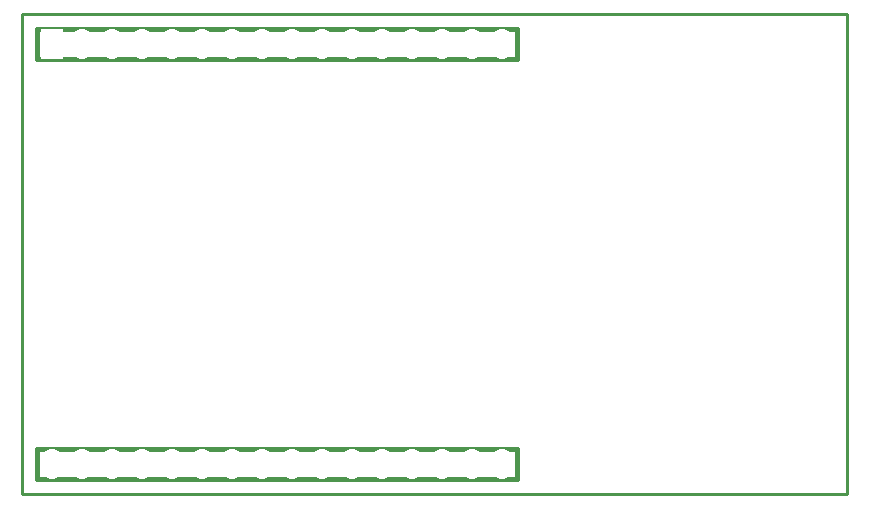
<source format=gbo>
G04 #@! TF.GenerationSoftware,KiCad,Pcbnew,no-vcs-found-7602~57~ubuntu16.04.1*
G04 #@! TF.CreationDate,2017-02-08T13:56:51-05:00*
G04 #@! TF.ProjectId,rs232_interface_3x2,74656D706C6174655F3378322E6B6963,1.0*
G04 #@! TF.FileFunction,Legend,Bot*
G04 #@! TF.FilePolarity,Positive*
%FSLAX46Y46*%
G04 Gerber Fmt 4.6, Leading zero omitted, Abs format (unit mm)*
G04 Created by KiCad (PCBNEW no-vcs-found-7602~57~ubuntu16.04.1) date Wed Feb  8 13:56:51 2017*
%MOMM*%
%LPD*%
G01*
G04 APERTURE LIST*
%ADD10C,0.100000*%
%ADD11C,0.228600*%
%ADD12C,0.381000*%
%ADD13O,1.854200X2.540000*%
%ADD14R,1.854200X2.540000*%
%ADD15C,3.556000*%
G04 APERTURE END LIST*
D10*
D11*
X155575000Y-68580000D02*
X85725000Y-68580000D01*
X155575000Y-109220000D02*
X155575000Y-68580000D01*
X85725000Y-109220000D02*
X155575000Y-109220000D01*
X85725000Y-68580000D02*
X85725000Y-109220000D01*
D12*
X86995000Y-105410000D02*
X86995000Y-107950000D01*
X86995000Y-107950000D02*
X127635000Y-107950000D01*
X127635000Y-107950000D02*
X127635000Y-105410000D01*
X127635000Y-105410000D02*
X86995000Y-105410000D01*
X86995000Y-69850000D02*
X86995000Y-72390000D01*
X86995000Y-72390000D02*
X127635000Y-72390000D01*
X127635000Y-72390000D02*
X127635000Y-69850000D01*
X127635000Y-69850000D02*
X86995000Y-69850000D01*
%LPC*%
D13*
X90805000Y-71120000D03*
X93345000Y-71120000D03*
D14*
X88265000Y-71120000D03*
D13*
X95885000Y-71120000D03*
X98425000Y-71120000D03*
X100965000Y-71120000D03*
X103505000Y-71120000D03*
X106045000Y-71120000D03*
X108585000Y-71120000D03*
X111125000Y-71120000D03*
X113665000Y-71120000D03*
X116205000Y-71120000D03*
X118745000Y-71120000D03*
X121285000Y-71120000D03*
X123825000Y-71120000D03*
X126365000Y-71120000D03*
X126365000Y-106680000D03*
X123825000Y-106680000D03*
X121285000Y-106680000D03*
X118745000Y-106680000D03*
X116205000Y-106680000D03*
X113665000Y-106680000D03*
X111125000Y-106680000D03*
X108585000Y-106680000D03*
X106045000Y-106680000D03*
X103505000Y-106680000D03*
X100965000Y-106680000D03*
X98425000Y-106680000D03*
X95885000Y-106680000D03*
X93345000Y-106680000D03*
X90805000Y-106680000D03*
X88265000Y-106680000D03*
D15*
X89535000Y-76200000D03*
X89535000Y-101600000D03*
X130175000Y-106680000D03*
X130175000Y-71120000D03*
M02*

</source>
